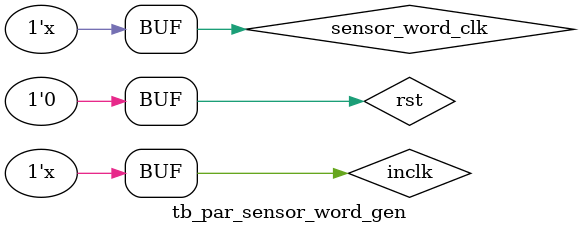
<source format=v>
`timescale 1ns / 1ps


module tb_par_sensor_word_gen(
);
    reg inclk;
    reg rst;
    reg sensor_word_clk;
    
    wire xvs;
    wire xhs;
    wire [11:0] chan0_word;
    wire [11:0] chan1_word;
    wire [11:0] chan2_word;
    wire [11:0] chan3_word;
    wire [11:0] chan4_word;
    wire [11:0] chan5_word;
    wire [11:0] chan6_word;
    wire [11:0] chan7_word;

    initial begin
        inclk = 1'b0;
        sensor_word_clk = 1'b0;
        rst = 1'b1;
        # 100 rst = 1'b0;
    end

    always #13.468   inclk = ~inclk; // inclk = 37.125MHZ

    always #5.050   sensor_word_clk = ~sensor_word_clk; // sensor_word_clk = 99MHZ

    par_sensor_word_gen  par_sensor_word_gen_inst(
        .inclk(inclk),
        .rst(rst),
        .sensor_word_clk(sensor_word_clk),
        .xvs(xvs),
        .xhs(xhs),
        .chan0_word(chan0_word),
        .chan1_word(chan1_word),
        .chan2_word(chan2_word),
        .chan3_word(chan3_word),
        .chan4_word(chan4_word),
        .chan5_word(chan5_word),
        .chan6_word(chan6_word),
        .chan7_word(chan7_word)
    );

endmodule

</source>
